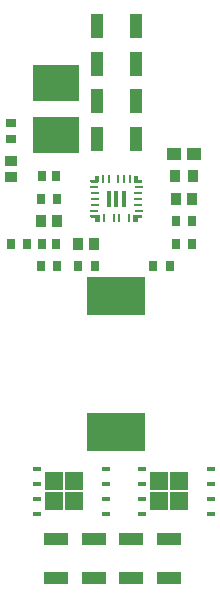
<source format=gbr>
%TF.GenerationSoftware,Altium Limited,Altium Designer,24.8.2 (39)*%
G04 Layer_Color=8421504*
%FSLAX45Y45*%
%MOMM*%
%TF.SameCoordinates,E8BDA5DE-7BDE-4699-8ED0-D138E9546F0F*%
%TF.FilePolarity,Positive*%
%TF.FileFunction,Paste,Top*%
%TF.Part,Single*%
G01*
G75*
%TA.AperFunction,SMDPad,CuDef*%
%ADD10C,0.25875*%
%ADD11C,0.28969*%
%ADD12C,0.33231*%
%ADD13C,0.30637*%
G04:AMPARAMS|DCode=14|XSize=0.375mm|YSize=1.425mm|CornerRadius=0.05062mm|HoleSize=0mm|Usage=FLASHONLY|Rotation=180.000|XOffset=0mm|YOffset=0mm|HoleType=Round|Shape=RoundedRectangle|*
%AMROUNDEDRECTD14*
21,1,0.37500,1.32375,0,0,180.0*
21,1,0.27375,1.42500,0,0,180.0*
1,1,0.10125,-0.13688,0.66188*
1,1,0.10125,0.13688,0.66188*
1,1,0.10125,0.13688,-0.66188*
1,1,0.10125,-0.13688,-0.66188*
%
%ADD14ROUNDEDRECTD14*%
G04:AMPARAMS|DCode=15|XSize=0.25mm|YSize=0.6mm|CornerRadius=0.05mm|HoleSize=0mm|Usage=FLASHONLY|Rotation=180.000|XOffset=0mm|YOffset=0mm|HoleType=Round|Shape=RoundedRectangle|*
%AMROUNDEDRECTD15*
21,1,0.25000,0.50000,0,0,180.0*
21,1,0.15000,0.60000,0,0,180.0*
1,1,0.10000,-0.07500,0.25000*
1,1,0.10000,0.07500,0.25000*
1,1,0.10000,0.07500,-0.25000*
1,1,0.10000,-0.07500,-0.25000*
%
%ADD15ROUNDEDRECTD15*%
G04:AMPARAMS|DCode=16|XSize=0.25mm|YSize=0.675mm|CornerRadius=0.05mm|HoleSize=0mm|Usage=FLASHONLY|Rotation=180.000|XOffset=0mm|YOffset=0mm|HoleType=Round|Shape=RoundedRectangle|*
%AMROUNDEDRECTD16*
21,1,0.25000,0.57500,0,0,180.0*
21,1,0.15000,0.67500,0,0,180.0*
1,1,0.10000,-0.07500,0.28750*
1,1,0.10000,0.07500,0.28750*
1,1,0.10000,0.07500,-0.28750*
1,1,0.10000,-0.07500,-0.28750*
%
%ADD16ROUNDEDRECTD16*%
G04:AMPARAMS|DCode=17|XSize=0.25mm|YSize=0.625mm|CornerRadius=0.05mm|HoleSize=0mm|Usage=FLASHONLY|Rotation=180.000|XOffset=0mm|YOffset=0mm|HoleType=Round|Shape=RoundedRectangle|*
%AMROUNDEDRECTD17*
21,1,0.25000,0.52500,0,0,180.0*
21,1,0.15000,0.62500,0,0,180.0*
1,1,0.10000,-0.07500,0.26250*
1,1,0.10000,0.07500,0.26250*
1,1,0.10000,0.07500,-0.26250*
1,1,0.10000,-0.07500,-0.26250*
%
%ADD17ROUNDEDRECTD17*%
G04:AMPARAMS|DCode=18|XSize=0.725mm|YSize=0.25mm|CornerRadius=0.05mm|HoleSize=0mm|Usage=FLASHONLY|Rotation=180.000|XOffset=0mm|YOffset=0mm|HoleType=Round|Shape=RoundedRectangle|*
%AMROUNDEDRECTD18*
21,1,0.72500,0.15000,0,0,180.0*
21,1,0.62500,0.25000,0,0,180.0*
1,1,0.10000,-0.31250,0.07500*
1,1,0.10000,0.31250,0.07500*
1,1,0.10000,0.31250,-0.07500*
1,1,0.10000,-0.31250,-0.07500*
%
%ADD18ROUNDEDRECTD18*%
G04:AMPARAMS|DCode=19|XSize=0.6mm|YSize=0.25mm|CornerRadius=0.05mm|HoleSize=0mm|Usage=FLASHONLY|Rotation=180.000|XOffset=0mm|YOffset=0mm|HoleType=Round|Shape=RoundedRectangle|*
%AMROUNDEDRECTD19*
21,1,0.60000,0.15000,0,0,180.0*
21,1,0.50000,0.25000,0,0,180.0*
1,1,0.10000,-0.25000,0.07500*
1,1,0.10000,0.25000,0.07500*
1,1,0.10000,0.25000,-0.07500*
1,1,0.10000,-0.25000,-0.07500*
%
%ADD19ROUNDEDRECTD19*%
%ADD20R,0.80000X0.95000*%
%TA.AperFunction,ConnectorPad*%
%ADD21R,1.05000X0.90000*%
%TA.AperFunction,SMDPad,CuDef*%
%ADD24R,1.10000X2.05000*%
%ADD25R,1.15000X1.05000*%
%ADD26R,0.95000X1.05000*%
%ADD27R,2.05000X1.10000*%
%ADD28R,0.66040X0.96520*%
%ADD29R,0.96520X0.66040*%
%ADD30R,0.90000X1.00000*%
%ADD31R,0.70000X0.85000*%
%ADD32R,0.90000X1.05000*%
%ADD33R,4.00000X3.10000*%
%ADD34R,4.95300X3.22600*%
%TA.AperFunction,NonConductor*%
%ADD60R,1.50000X1.50000*%
%ADD61R,1.50000X1.50000*%
%ADD62R,0.75000X0.40000*%
%ADD63R,1.50000X1.50000*%
%ADD64R,1.50000X1.50000*%
G36*
X2458833Y6402239D02*
X2460239Y6400832D01*
X2461000Y6398995D01*
X2461000Y6398000D01*
X2461000Y6350500D01*
X2461000Y6350500D01*
Y6349505D01*
X2460238Y6347668D01*
X2458832Y6346261D01*
X2456994Y6345500D01*
X2456000D01*
X2426000Y6345500D01*
Y6345500D01*
X2425006D01*
X2423168Y6346261D01*
X2421761Y6347668D01*
X2421000Y6349505D01*
Y6350500D01*
X2421000Y6380500D01*
X2387506D01*
X2385668Y6381261D01*
X2384261Y6382668D01*
X2383500Y6384505D01*
Y6385500D01*
X2383500Y6398000D01*
X2383500D01*
X2383500Y6398994D01*
X2384261Y6400832D01*
X2385668Y6402239D01*
X2387505Y6403000D01*
X2388500Y6403000D01*
X2456000Y6403000D01*
Y6403000D01*
X2456995Y6403000D01*
X2458833Y6402239D01*
D02*
G37*
G36*
X2451332Y6734639D02*
X2452739Y6733232D01*
X2453500Y6731394D01*
X2453500Y6730400D01*
X2453500Y6682900D01*
X2453500D01*
X2453500Y6681905D01*
X2452739Y6680067D01*
X2451332Y6678661D01*
X2449494Y6677900D01*
X2448500Y6677900D01*
X2388500Y6677900D01*
Y6677900D01*
X2387505D01*
X2385668Y6678661D01*
X2384261Y6680068D01*
X2383500Y6681905D01*
X2383500Y6682900D01*
X2383500Y6695400D01*
X2383500Y6695400D01*
Y6696394D01*
X2384261Y6698232D01*
X2385668Y6699639D01*
X2387506Y6700400D01*
X2388500D01*
X2418500Y6700400D01*
Y6730400D01*
Y6731394D01*
X2419261Y6733232D01*
X2420668Y6734639D01*
X2422505Y6735400D01*
X2423500D01*
X2448500Y6735400D01*
X2448500Y6735400D01*
X2449494Y6735400D01*
X2451332Y6734639D01*
D02*
G37*
G36*
X2821332Y6402239D02*
X2822739Y6400832D01*
X2823500Y6398995D01*
X2823500Y6398000D01*
X2823500D01*
X2823500Y6385500D01*
Y6384505D01*
X2822739Y6382668D01*
X2821332Y6381261D01*
X2819494Y6380500D01*
X2786000D01*
X2786000Y6350500D01*
Y6349505D01*
X2785239Y6347668D01*
X2783832Y6346261D01*
X2781994Y6345500D01*
X2781000D01*
X2781000Y6345500D01*
X2751000D01*
X2750005Y6345500D01*
X2748167Y6346261D01*
X2746761Y6347668D01*
X2746000Y6349505D01*
X2746000Y6350500D01*
X2746000Y6350500D01*
Y6398000D01*
X2746000Y6398994D01*
X2746761Y6400832D01*
X2748168Y6402239D01*
X2750005Y6403000D01*
X2751000Y6403000D01*
X2751000Y6403000D01*
X2818500D01*
X2819494Y6403000D01*
X2821332Y6402239D01*
D02*
G37*
G36*
X2783500Y6735400D02*
X2784494D01*
X2786332Y6734639D01*
X2787739Y6733232D01*
X2788500Y6731394D01*
Y6730400D01*
X2788500Y6730400D01*
Y6700400D01*
X2818500Y6700400D01*
X2819494D01*
X2821332Y6699639D01*
X2822739Y6698232D01*
X2823500Y6696394D01*
Y6695400D01*
X2823500Y6695400D01*
X2823500Y6682900D01*
X2823500Y6681905D01*
X2822739Y6680068D01*
X2821332Y6678661D01*
X2819494Y6677900D01*
X2818500Y6677900D01*
X2758500D01*
X2757505Y6677900D01*
X2755668Y6678661D01*
X2754261Y6680068D01*
X2753500Y6681905D01*
X2753500Y6682900D01*
Y6682900D01*
Y6730400D01*
X2753500Y6731394D01*
X2754261Y6733232D01*
X2755668Y6734639D01*
X2757505Y6735400D01*
X2758500Y6735400D01*
Y6735400D01*
X2783500Y6735400D01*
D02*
G37*
D10*
X2439125Y6721025D02*
D03*
D11*
X2769594Y6695869D02*
D03*
D12*
X2439438Y6381438D02*
D03*
D13*
X2769594Y6385031D02*
D03*
D14*
X2541000Y6540500D02*
D03*
X2603500D02*
D03*
X2666000D02*
D03*
D15*
X2628500Y6375500D02*
D03*
X2578500D02*
D03*
D16*
X2708500Y6379250D02*
D03*
X2498500D02*
D03*
D17*
X2491000Y6704250D02*
D03*
X2541000D02*
D03*
X2616000D02*
D03*
X2666000D02*
D03*
X2716000D02*
D03*
D18*
X2419750Y6490500D02*
D03*
Y6540500D02*
D03*
Y6590500D02*
D03*
X2787250D02*
D03*
Y6540500D02*
D03*
Y6490500D02*
D03*
D19*
X2413500Y6440500D02*
D03*
Y6640500D02*
D03*
X2793500D02*
D03*
Y6440500D02*
D03*
D20*
X1969500Y6731000D02*
D03*
X2094500D02*
D03*
X2099500Y6540500D02*
D03*
X1964500D02*
D03*
D21*
X1714500Y6727000D02*
D03*
Y6862000D02*
D03*
D24*
X2768500Y7366000D02*
D03*
X2438500D02*
D03*
X2768500Y7048500D02*
D03*
X2438500D02*
D03*
X2768500Y8001000D02*
D03*
X2438500D02*
D03*
X2768500Y7683500D02*
D03*
X2438500D02*
D03*
D25*
X3257500Y6921500D02*
D03*
X3092500D02*
D03*
D26*
X3247500Y6731000D02*
D03*
X3102500D02*
D03*
D27*
X3048000Y3327500D02*
D03*
Y3657500D02*
D03*
X2730500Y3327500D02*
D03*
Y3657500D02*
D03*
X2413000Y3327500D02*
D03*
Y3657500D02*
D03*
X2095500Y3327500D02*
D03*
Y3657500D02*
D03*
D28*
X2914650Y5969000D02*
D03*
X3054350D02*
D03*
X1847850Y6159500D02*
D03*
X1708150D02*
D03*
X2101850Y5969000D02*
D03*
X1962150D02*
D03*
X2279650D02*
D03*
X2419350D02*
D03*
X3244850Y6350000D02*
D03*
X3105150D02*
D03*
X3244850Y6159500D02*
D03*
X3105150D02*
D03*
D29*
X1714500Y7181850D02*
D03*
Y7042150D02*
D03*
D30*
X2417000Y6159500D02*
D03*
X2282000D02*
D03*
D31*
X1969500D02*
D03*
X2094500D02*
D03*
D32*
X2099500Y6350000D02*
D03*
X1964500D02*
D03*
X3242500Y6540500D02*
D03*
X3107500D02*
D03*
D33*
X2095500Y7522500D02*
D03*
Y7082500D02*
D03*
D34*
X2603500Y5718800D02*
D03*
Y4568200D02*
D03*
D60*
X2961500Y4148999D02*
D03*
X3131500D02*
D03*
X2072500Y4149000D02*
D03*
D61*
X2961500Y3979000D02*
D03*
X3131500D02*
D03*
X2072500Y3979000D02*
D03*
D62*
X2821000Y4254500D02*
D03*
Y4127500D02*
D03*
Y4000500D02*
D03*
Y3873500D02*
D03*
X3402000Y4254500D02*
D03*
Y4127500D02*
D03*
Y4000500D02*
D03*
Y3873500D02*
D03*
X1932000Y4254500D02*
D03*
Y4127500D02*
D03*
Y4000500D02*
D03*
Y3873500D02*
D03*
X2513000Y4254500D02*
D03*
Y4127500D02*
D03*
Y4000500D02*
D03*
Y3873500D02*
D03*
D63*
X2242500Y4149000D02*
D03*
D64*
Y3979000D02*
D03*
%TF.MD5,870ec5ec6086494ff29b2a92e023b55b*%
M02*

</source>
